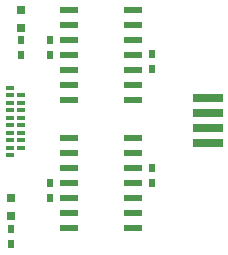
<source format=gtp>
%FSLAX25Y25*%
%MOIN*%
G70*
G01*
G75*
%ADD10C,0.01000*%
%ADD11R,0.02800X0.01500*%
%ADD12R,0.03150X0.03150*%
%ADD13R,0.03150X0.03150*%
%ADD14R,0.02300X0.03000*%
%ADD15R,0.05906X0.02362*%
%ADD16R,0.10000X0.03000*%
%ADD17C,0.02000*%
%ADD18C,0.01500*%
%ADD19C,0.03150*%
%ADD20C,0.03150*%
%ADD21C,0.02000*%
%ADD22C,0.01600*%
%ADD23C,0.05000*%
%ADD24C,0.00800*%
%ADD25C,0.01200*%
%ADD26C,0.00787*%
%ADD27C,0.00984*%
%ADD28R,0.17000X0.22638*%
D11*
X122200Y458200D02*
D03*
Y455700D02*
D03*
Y453200D02*
D03*
Y443200D02*
D03*
X125900Y453200D02*
D03*
Y455700D02*
D03*
Y458200D02*
D03*
Y460700D02*
D03*
X122200Y440700D02*
D03*
Y445700D02*
D03*
Y448200D02*
D03*
Y450700D02*
D03*
Y460700D02*
D03*
Y463200D02*
D03*
X125900Y448200D02*
D03*
Y450700D02*
D03*
Y443200D02*
D03*
Y445700D02*
D03*
D12*
X122500Y420500D02*
D03*
X126000Y489000D02*
D03*
D13*
X122500Y426405D02*
D03*
X126000Y483095D02*
D03*
D14*
X122500Y416000D02*
D03*
Y411000D02*
D03*
X126000Y474000D02*
D03*
Y479000D02*
D03*
X135500D02*
D03*
Y474000D02*
D03*
X169500Y469500D02*
D03*
Y474500D02*
D03*
X135500Y426500D02*
D03*
Y431500D02*
D03*
X169500Y436500D02*
D03*
Y431500D02*
D03*
D15*
X163200Y459200D02*
D03*
X141940D02*
D03*
X163200Y464200D02*
D03*
Y469200D02*
D03*
Y474200D02*
D03*
Y479200D02*
D03*
Y484200D02*
D03*
Y489200D02*
D03*
X141940Y464200D02*
D03*
Y469200D02*
D03*
Y474200D02*
D03*
Y479200D02*
D03*
Y484200D02*
D03*
Y489200D02*
D03*
X163260Y416500D02*
D03*
X142000D02*
D03*
X163260Y421500D02*
D03*
Y426500D02*
D03*
Y431500D02*
D03*
Y436500D02*
D03*
Y441500D02*
D03*
Y446500D02*
D03*
X142000Y421500D02*
D03*
Y426500D02*
D03*
Y431500D02*
D03*
Y436500D02*
D03*
Y441500D02*
D03*
Y446500D02*
D03*
D16*
X188200Y444700D02*
D03*
Y449700D02*
D03*
Y459700D02*
D03*
Y454700D02*
D03*
M02*

</source>
